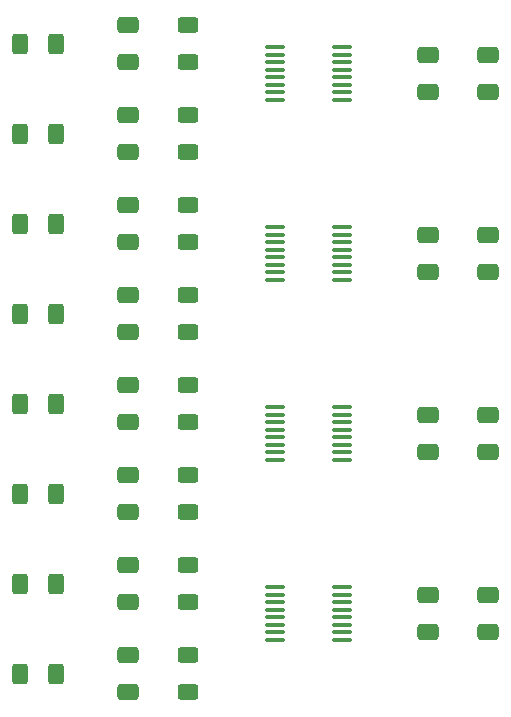
<source format=gbr>
%TF.GenerationSoftware,KiCad,Pcbnew,8.0.4-8.0.4-0~ubuntu22.04.1*%
%TF.CreationDate,2024-08-10T21:57:20+03:00*%
%TF.ProjectId,PM-DI16-DC24sink,504d2d44-4931-4362-9d44-43323473696e,rev?*%
%TF.SameCoordinates,Original*%
%TF.FileFunction,Paste,Bot*%
%TF.FilePolarity,Positive*%
%FSLAX46Y46*%
G04 Gerber Fmt 4.6, Leading zero omitted, Abs format (unit mm)*
G04 Created by KiCad (PCBNEW 8.0.4-8.0.4-0~ubuntu22.04.1) date 2024-08-10 21:57:20*
%MOMM*%
%LPD*%
G01*
G04 APERTURE LIST*
G04 Aperture macros list*
%AMRoundRect*
0 Rectangle with rounded corners*
0 $1 Rounding radius*
0 $2 $3 $4 $5 $6 $7 $8 $9 X,Y pos of 4 corners*
0 Add a 4 corners polygon primitive as box body*
4,1,4,$2,$3,$4,$5,$6,$7,$8,$9,$2,$3,0*
0 Add four circle primitives for the rounded corners*
1,1,$1+$1,$2,$3*
1,1,$1+$1,$4,$5*
1,1,$1+$1,$6,$7*
1,1,$1+$1,$8,$9*
0 Add four rect primitives between the rounded corners*
20,1,$1+$1,$2,$3,$4,$5,0*
20,1,$1+$1,$4,$5,$6,$7,0*
20,1,$1+$1,$6,$7,$8,$9,0*
20,1,$1+$1,$8,$9,$2,$3,0*%
G04 Aperture macros list end*
%ADD10RoundRect,0.250000X0.650000X-0.412500X0.650000X0.412500X-0.650000X0.412500X-0.650000X-0.412500X0*%
%ADD11O,1.649999X0.399999*%
%ADD12RoundRect,0.250000X-0.650000X0.412500X-0.650000X-0.412500X0.650000X-0.412500X0.650000X0.412500X0*%
%ADD13RoundRect,0.250000X-0.625000X0.400000X-0.625000X-0.400000X0.625000X-0.400000X0.625000X0.400000X0*%
%ADD14RoundRect,0.250000X-0.400000X-0.625000X0.400000X-0.625000X0.400000X0.625000X-0.400000X0.625000X0*%
G04 APERTURE END LIST*
D10*
%TO.C,C22*%
X96520000Y-110782500D03*
X96520000Y-107657500D03*
%TD*%
D11*
%TO.C,U6*%
X84105001Y-91757500D03*
X84105001Y-92392500D03*
X84105001Y-93027500D03*
X84105001Y-93662500D03*
X84105001Y-94297500D03*
X84105001Y-94932500D03*
X84105001Y-95567500D03*
X84105001Y-96202500D03*
X78455002Y-96202500D03*
X78455002Y-95567500D03*
X78455002Y-94932500D03*
X78455002Y-94297500D03*
X78455002Y-93662500D03*
X78455002Y-93027500D03*
X78455002Y-92392500D03*
X78455002Y-91757500D03*
%TD*%
D12*
%TO.C,C28*%
X66040000Y-120357500D03*
X66040000Y-123482500D03*
%TD*%
%TO.C,C31*%
X66040000Y-143217500D03*
X66040000Y-146342500D03*
%TD*%
D13*
%TO.C,R25*%
X71120000Y-120370000D03*
X71120000Y-123470000D03*
%TD*%
%TO.C,R17*%
X71120000Y-89890000D03*
X71120000Y-92990000D03*
%TD*%
D11*
%TO.C,U8*%
X84105001Y-122237500D03*
X84105001Y-122872500D03*
X84105001Y-123507500D03*
X84105001Y-124142500D03*
X84105001Y-124777500D03*
X84105001Y-125412500D03*
X84105001Y-126047500D03*
X84105001Y-126682500D03*
X78455002Y-126682500D03*
X78455002Y-126047500D03*
X78455002Y-125412500D03*
X78455002Y-124777500D03*
X78455002Y-124142500D03*
X78455002Y-123507500D03*
X78455002Y-122872500D03*
X78455002Y-122237500D03*
%TD*%
D13*
%TO.C,R22*%
X71120000Y-112750000D03*
X71120000Y-115850000D03*
%TD*%
D14*
%TO.C,R24*%
X56870000Y-114300000D03*
X59970000Y-114300000D03*
%TD*%
D12*
%TO.C,C23*%
X66040000Y-112737500D03*
X66040000Y-115862500D03*
%TD*%
D14*
%TO.C,R19*%
X56870000Y-91440000D03*
X59970000Y-91440000D03*
%TD*%
D13*
%TO.C,R29*%
X71120000Y-135610000D03*
X71120000Y-138710000D03*
%TD*%
D11*
%TO.C,U9*%
X84105001Y-137477500D03*
X84105001Y-138112500D03*
X84105001Y-138747500D03*
X84105001Y-139382500D03*
X84105001Y-140017500D03*
X84105001Y-140652500D03*
X84105001Y-141287500D03*
X84105001Y-141922500D03*
X78455002Y-141922500D03*
X78455002Y-141287500D03*
X78455002Y-140652500D03*
X78455002Y-140017500D03*
X78455002Y-139382500D03*
X78455002Y-138747500D03*
X78455002Y-138112500D03*
X78455002Y-137477500D03*
%TD*%
D13*
%TO.C,R30*%
X71120000Y-143230000D03*
X71120000Y-146330000D03*
%TD*%
D14*
%TO.C,R28*%
X56870000Y-129540000D03*
X59970000Y-129540000D03*
%TD*%
D10*
%TO.C,C17*%
X91440000Y-95542500D03*
X91440000Y-92417500D03*
%TD*%
%TO.C,C29*%
X91440000Y-141262500D03*
X91440000Y-138137500D03*
%TD*%
D13*
%TO.C,R18*%
X71120000Y-97510000D03*
X71120000Y-100610000D03*
%TD*%
D10*
%TO.C,C18*%
X96520000Y-95542500D03*
X96520000Y-92417500D03*
%TD*%
D14*
%TO.C,R27*%
X56870000Y-121920000D03*
X59970000Y-121920000D03*
%TD*%
D12*
%TO.C,C24*%
X66040000Y-105117500D03*
X66040000Y-108242500D03*
%TD*%
%TO.C,C32*%
X66040000Y-135597500D03*
X66040000Y-138722500D03*
%TD*%
D11*
%TO.C,U7*%
X84105001Y-106997500D03*
X84105001Y-107632500D03*
X84105001Y-108267500D03*
X84105001Y-108902500D03*
X84105001Y-109537500D03*
X84105001Y-110172500D03*
X84105001Y-110807500D03*
X84105001Y-111442500D03*
X78455002Y-111442500D03*
X78455002Y-110807500D03*
X78455002Y-110172500D03*
X78455002Y-109537500D03*
X78455002Y-108902500D03*
X78455002Y-108267500D03*
X78455002Y-107632500D03*
X78455002Y-106997500D03*
%TD*%
D10*
%TO.C,C25*%
X91440000Y-126022500D03*
X91440000Y-122897500D03*
%TD*%
D14*
%TO.C,R31*%
X56870000Y-137160000D03*
X59970000Y-137160000D03*
%TD*%
D12*
%TO.C,C27*%
X66040000Y-127977500D03*
X66040000Y-131102500D03*
%TD*%
D14*
%TO.C,R20*%
X56870000Y-99060000D03*
X59970000Y-99060000D03*
%TD*%
D10*
%TO.C,C26*%
X96520000Y-126022500D03*
X96520000Y-122897500D03*
%TD*%
%TO.C,C21*%
X91440000Y-110782500D03*
X91440000Y-107657500D03*
%TD*%
D13*
%TO.C,R26*%
X71120000Y-127990000D03*
X71120000Y-131090000D03*
%TD*%
%TO.C,R21*%
X71120000Y-105130000D03*
X71120000Y-108230000D03*
%TD*%
D14*
%TO.C,R23*%
X56870000Y-106680000D03*
X59970000Y-106680000D03*
%TD*%
D10*
%TO.C,C30*%
X96520000Y-141262500D03*
X96520000Y-138137500D03*
%TD*%
D14*
%TO.C,R32*%
X56870000Y-144780000D03*
X59970000Y-144780000D03*
%TD*%
D12*
%TO.C,C19*%
X66040000Y-97497500D03*
X66040000Y-100622500D03*
%TD*%
%TO.C,C20*%
X66040000Y-89877500D03*
X66040000Y-93002500D03*
%TD*%
M02*

</source>
